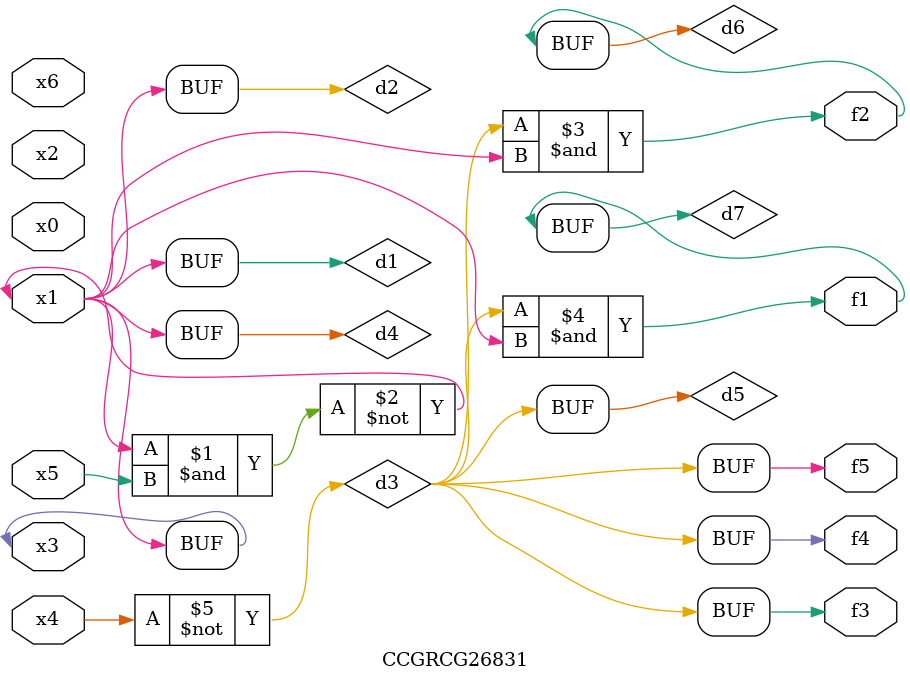
<source format=v>
module CCGRCG26831(
	input x0, x1, x2, x3, x4, x5, x6,
	output f1, f2, f3, f4, f5
);

	wire d1, d2, d3, d4, d5, d6, d7;

	buf (d1, x1, x3);
	nand (d2, x1, x5);
	not (d3, x4);
	buf (d4, d1, d2);
	buf (d5, d3);
	and (d6, d3, d4);
	and (d7, d3, d4);
	assign f1 = d7;
	assign f2 = d6;
	assign f3 = d5;
	assign f4 = d5;
	assign f5 = d5;
endmodule

</source>
